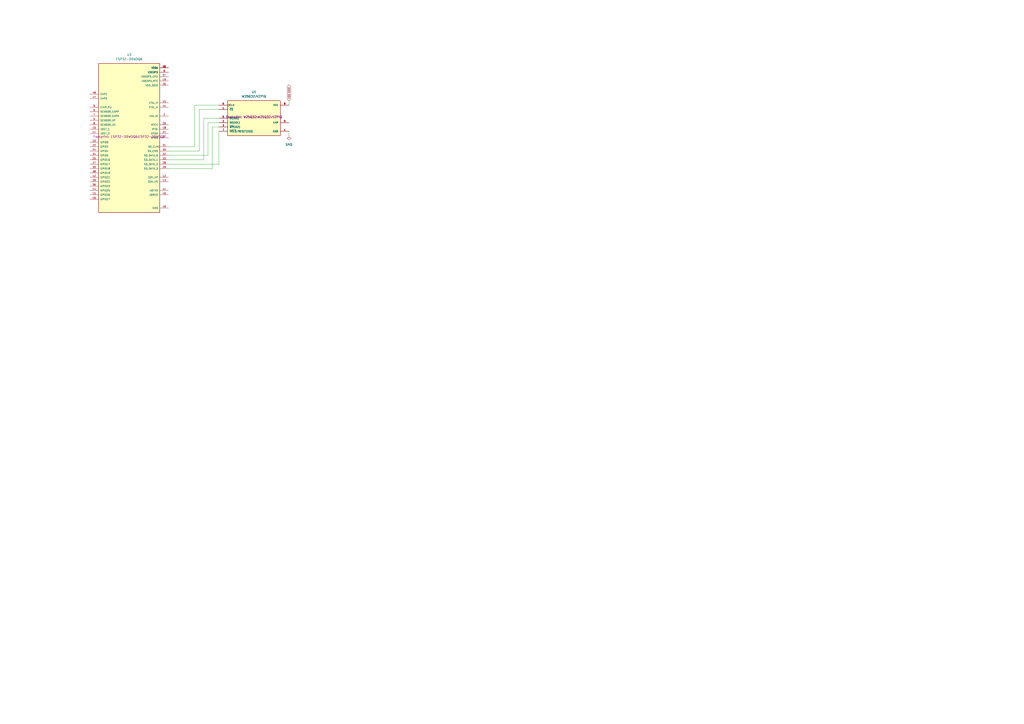
<source format=kicad_sch>
(kicad_sch (version 20231120) (generator "eeschema") (generator_version "8.0")
  (paper "A2")
  (title_block (date "2025-03-06"))
  (lib_symbols
    (symbol "ESP32-D0WDQ6:ESP32-D0WDQ6" (pin_names (offset 1.016))
      (property "Reference" "U" (at -17.8377 44.3233 0))
      (property "Value" "ESP32-D0WDQ6" (at -17.7995 -47.2317 0))
      (symbol "ESP32-D0WDQ6_0_0"
        (rectangle (start -17.78 -43.18) (end 17.78 43.18) (stroke (width 0.254)) (fill (type background)))
        (pin power_in line (at 22.86 40.64 180) (length 5.08) (name "VDDA") (number "1"))
        (pin input line (at -22.86 5.08 0) (length 5.08) (name "VDET_1") (number "10"))
        (pin input line (at -22.86 2.54 0) (length 5.08) (name "VDET_2") (number "11"))
        (pin bidirectional line (at 22.86 -22.86 180) (length 5.08) (name "32K_XP") (number "12"))
        (pin bidirectional line (at 22.86 -25.4 180) (length 5.08) (name "32K_XN") (number "13"))
        (pin bidirectional line (at -22.86 -30.48 0) (length 5.08) (name "GPIO25") (number "14"))
        (pin bidirectional line (at -22.86 -33.02 0) (length 5.08) (name "GPIO26") (number "15"))
        (pin bidirectional line (at -22.86 -35.56 0) (length 5.08) (name "GPIO27") (number "16"))
        (pin bidirectional line (at 22.86 0 180) (length 5.08) (name "MTMS") (number "17"))
        (pin bidirectional line (at 22.86 5.08 180) (length 5.08) (name "MTDI") (number "18"))
        (pin power_in line (at 22.86 33.02 180) (length 5.08) (name "VDD3P3_RTC") (number "19"))
        (pin bidirectional line (at 22.86 12.7 180) (length 5.08) (name "LNA_IN") (number "2"))
        (pin bidirectional line (at 22.86 7.62 180) (length 5.08) (name "MTCK") (number "20"))
        (pin bidirectional line (at 22.86 2.54 180) (length 5.08) (name "MTDO") (number "21"))
        (pin bidirectional line (at -22.86 -5.08 0) (length 5.08) (name "GPIO2") (number "22"))
        (pin bidirectional line (at -22.86 -2.54 0) (length 5.08) (name "GPIO0") (number "23"))
        (pin bidirectional line (at -22.86 -7.62 0) (length 5.08) (name "GPIO4") (number "24"))
        (pin bidirectional line (at -22.86 -12.7 0) (length 5.08) (name "GPIO16") (number "25"))
        (pin power_in line (at 22.86 30.48 180) (length 5.08) (name "VDD_SDIO") (number "26"))
        (pin bidirectional line (at -22.86 -15.24 0) (length 5.08) (name "GPIO17") (number "27"))
        (pin bidirectional line (at 22.86 -15.24 180) (length 5.08) (name "SD_DATA_2") (number "28"))
        (pin bidirectional line (at 22.86 -17.78 180) (length 5.08) (name "SD_DATA_3") (number "29"))
        (pin power_in line (at 22.86 38.1 180) (length 5.08) (name "VDD3P3") (number "3"))
        (pin bidirectional line (at 22.86 -7.62 180) (length 5.08) (name "SD_CMD") (number "30"))
        (pin bidirectional clock (at 22.86 -5.08 180) (length 5.08) (name "SD_CLK") (number "31"))
        (pin bidirectional line (at 22.86 -10.16 180) (length 5.08) (name "SD_DATA_0") (number "32"))
        (pin bidirectional line (at 22.86 -12.7 180) (length 5.08) (name "SD_DATA_1") (number "33"))
        (pin bidirectional line (at -22.86 -10.16 0) (length 5.08) (name "GPIO5") (number "34"))
        (pin bidirectional line (at -22.86 -17.78 0) (length 5.08) (name "GPIO18") (number "35"))
        (pin bidirectional line (at -22.86 -27.94 0) (length 5.08) (name "GPIO23") (number "36"))
        (pin power_in line (at 22.86 35.56 180) (length 5.08) (name "VDD3P3_CPU") (number "37"))
        (pin bidirectional line (at -22.86 -20.32 0) (length 5.08) (name "GPIO19") (number "38"))
        (pin bidirectional line (at -22.86 -25.4 0) (length 5.08) (name "GPIO22") (number "39"))
        (pin power_in line (at 22.86 38.1 180) (length 5.08) (name "VDD3P3") (number "4"))
        (pin bidirectional line (at 22.86 -33.02 180) (length 5.08) (name "U0RXD") (number "40"))
        (pin bidirectional line (at 22.86 -30.48 180) (length 5.08) (name "U0TXD") (number "41"))
        (pin bidirectional line (at -22.86 -22.86 0) (length 5.08) (name "GPIO21") (number "42"))
        (pin power_in line (at 22.86 40.64 180) (length 5.08) (name "VDDA") (number "43"))
        (pin output line (at 22.86 17.78 180) (length 5.08) (name "XTAL_N") (number "44"))
        (pin input line (at 22.86 20.32 180) (length 5.08) (name "XTAL_P") (number "45"))
        (pin power_in line (at 22.86 40.64 180) (length 5.08) (name "VDDA") (number "46"))
        (pin input line (at -22.86 22.86 0) (length 5.08) (name "CAP2") (number "47"))
        (pin input line (at -22.86 25.4 0) (length 5.08) (name "CAP1") (number "48"))
        (pin power_in line (at 22.86 -40.64 180) (length 5.08) (name "GND") (number "49"))
        (pin input line (at -22.86 10.16 0) (length 5.08) (name "SENSOR_VP") (number "5"))
        (pin input line (at -22.86 15.24 0) (length 5.08) (name "SENSOR_CAPP") (number "6"))
        (pin input line (at -22.86 12.7 0) (length 5.08) (name "SENSOR_CAPN") (number "7"))
        (pin input line (at -22.86 7.62 0) (length 5.08) (name "SENSOR_VN") (number "8"))
        (pin input line (at -22.86 17.78 0) (length 5.08) (name "CHIP_PU") (number "9"))
      )
    )
    (symbol "W25Q32JVZPIQ:W25Q32JVZPIQ" (pin_names (offset 1.016))
      (property "Reference" "U" (at -15.2492 10.1662 0))
      (property "Value" "W25Q32JVZPIQ" (at -15.2416 -12.7013 0))
      (symbol "W25Q32JVZPIQ_0_0"
        (rectangle (start -15.24 -10.16) (end 15.24 10.16) (stroke (width 0.254)) (fill (type background)))
        (pin input line (at -20.32 5.08 0) (length 5.08) (name "~{CS}") (number "1"))
        (pin bidirectional line (at -20.32 -2.54 0) (length 5.08) (name "DO(IO1)") (number "2"))
        (pin bidirectional line (at -20.32 -5.08 0) (length 5.08) (name "~{WP}(IO2)") (number "3"))
        (pin power_in line (at 20.32 -7.62 180) (length 5.08) (name "GND") (number "4"))
        (pin bidirectional line (at -20.32 0 0) (length 5.08) (name "DI(IO0)") (number "5"))
        (pin input clock (at -20.32 7.62 0) (length 5.08) (name "CLK") (number "6"))
        (pin bidirectional line (at -20.32 -7.62 0) (length 5.08) (name "~{HOLD}/RESET(IO3)") (number "7"))
        (pin power_in line (at 20.32 7.62 180) (length 5.08) (name "VCC") (number "8"))
        (pin passive line (at 20.32 -2.54 180) (length 5.08) (name "EXP") (number "9"))
      )
    )
    (symbol "power:GND" (power) (pin_numbers hide) (pin_names (offset 0) hide)
      (property "Value" "GND" (at 0 -3.81 0))
      (symbol "GND_0_1"
        (polyline (pts (xy 0 0) (xy 0 -1.27) (xy 1.27 -1.27) (xy 0 -2.54) (xy -1.27 -1.27) (xy 0 -1.27)))
      )
      (symbol "GND_1_1"
        (pin power_in line (at 0 0 270) (length 0) (name "~") (number "1"))
      )
    )
  )
  (wire (pts (xy 123.19 73.66) (xy 127 73.66)))
  (wire (pts (xy 118.11 68.58) (xy 127 68.58)))
  (wire (pts (xy 167.64 60.96) (xy 167.64 58.42)))
  (wire (pts (xy 97.79 97.79) (xy 123.19 97.79)))
  (wire (pts (xy 97.79 87.63) (xy 115.57 87.63)))
  (wire (pts (xy 113.03 60.96) (xy 113.03 85.09)))
  (wire (pts (xy 97.79 85.09) (xy 113.03 85.09)))
  (wire (pts (xy 115.57 63.5) (xy 127 63.5)))
  (wire (pts (xy 97.79 95.25) (xy 127 95.25)))
  (wire (pts (xy 118.11 92.71) (xy 118.11 68.58)))
  (wire (pts (xy 127 71.12) (xy 120.65 71.12)))
  (wire (pts (xy 127 95.25) (xy 127 76.2)))
  (wire (pts (xy 123.19 97.79) (xy 123.19 73.66)))
  (wire (pts (xy 97.79 92.71) (xy 118.11 92.71)))
  (wire (pts (xy 120.65 71.12) (xy 120.65 90.17)))
  (wire (pts (xy 127 60.96) (xy 113.03 60.96)))
  (wire (pts (xy 115.57 87.63) (xy 115.57 63.5)))
  (wire (pts (xy 167.64 76.2) (xy 167.64 78.74)))
  (wire (pts (xy 120.65 90.17) (xy 97.79 90.17)))
  (global_label "VDD SDIO" (shape bidirectional) (at 167.64 58.42 90) (effects (font (size 0.9398 0.9398))) (property "Intersheetrefs" "${INTERSHEET_REFS}" (effects (hide yes))))
  (symbol (lib_id "ESP32-D0WDQ6:ESP32-D0WDQ6") (at 74.93 80.01 0) (unit 1)
    (property "Reference" "U3" (at 74.93 31.75 0))
    (property "Value" "ESP32-D0WDQ6" (at 74.93 34.29 0))
    (property "Footprint" "ESP32-D0WDQ6:ESP32-D0WDQ6" (at 74.93 80.01 0) (show_name yes) (effects (justify bottom)))
    (property "MF" "Espressif Systems" (effects (hide yes)))
    (property "MAXIMUM_PACKAGE_HEIGHT" "0.9mm" (effects (hide yes)))
    (property "Package" "VFQFN-48 Espressif Systems" (effects (hide yes)))
    (property "Price" "None" (effects (hide yes)))
    (property "Check_prices" "https://www.snapeda.com/parts/ESP32-D0WDQ6/Espressif+Systems/view-part/?ref=eda" (effects (hide yes)))
    (property "STANDARD" "IPC 7351B" (effects (hide yes)))
    (property "PARTREV" "v3.9" (effects (hide yes)))
    (property "SnapEDA_Link" "https://www.snapeda.com/parts/ESP32-D0WDQ6/Espressif+Systems/view-part/?ref=snap" (effects (hide yes)))
    (property "MP" "ESP32-D0WDQ6" (effects (hide yes)))
    (property "Description_1" "\n                        \n                            IC RF TxRx + MCU Bluetooth, WiFi 802.11b/g/n, Bluetooth 4.2 2.412GHz ~ 2.484GHz 48-VFQFN Exposed Pad\n                        \n" (effects (hide yes)))
    (property "MANUFACTURER" "Espressif Systems" (effects (hide yes)))
    (property "Availability" "In Stock" (effects (hide yes)))
    (property "SNAPEDA_PN" "ESP32-D0WDQ6" (effects (hide yes)))
  )
  (symbol (lib_id "power:GND") (at 167.64 78.74 0) (unit 1)
    (property "Reference" "#PWR01" (effects (hide yes)))
    (property "Value" "GND" (at 167.64 83.82 0))
    (property "Description" "Power symbol creates a global label with name \"GND\" , ground" (effects (hide yes)))
  )
  (symbol (lib_id "W25Q32JVZPIQ:W25Q32JVZPIQ") (at 147.32 68.58 0) (unit 1)
    (property "Reference" "U1" (at 147.32 53.34 0))
    (property "Value" "W25Q32JVZPIQ" (at 147.32 55.88 0))
    (property "Footprint" "W25Q32:W25Q32JVZPIQ" (at 147.32 68.58 0) (show_name yes) (effects (justify bottom)))
    (property "MF" "Winbond" (effects (hide yes)))
    (property "Description_1" "\n                        \n                            FLASH - NOR Memory IC 32Mb (4M x 8) SPI - Quad I/O 133 MHz 8-WSON (6x5)\n                        \n" (effects (hide yes)))
    (property "Package" "WSON-8 Winbond" (effects (hide yes)))
    (property "Price" "None" (effects (hide yes)))
    (property "Check_prices" "https://www.snapeda.com/parts/W25Q32JVZPIQ/Winbond/view-part/?ref=eda" (effects (hide yes)))
    (property "SnapEDA_Link" "https://www.snapeda.com/parts/W25Q32JVZPIQ/Winbond/view-part/?ref=snap" (effects (hide yes)))
    (property "MP" "W25Q32JVZPIQ" (effects (hide yes)))
    (property "Availability" "In Stock" (effects (hide yes)))
    (property "MANUFACTURER" "Winbond Electronics Corp." (effects (hide yes)))
  )
)
</source>
